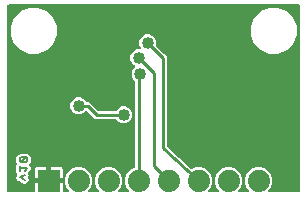
<source format=gbr>
G04 EAGLE Gerber RS-274X export*
G75*
%MOMM*%
%FSLAX34Y34*%
%LPD*%
%INBottom Copper*%
%IPPOS*%
%AMOC8*
5,1,8,0,0,1.08239X$1,22.5*%
G01*
%ADD10C,0.203200*%
%ADD11R,1.879600X1.879600*%
%ADD12C,1.879600*%
%ADD13C,1.016000*%
%ADD14C,0.254000*%

G36*
X25204Y3057D02*
X25204Y3057D01*
X25262Y3055D01*
X25344Y3077D01*
X25428Y3089D01*
X25481Y3112D01*
X25537Y3127D01*
X25610Y3170D01*
X25687Y3205D01*
X25732Y3243D01*
X25782Y3272D01*
X25840Y3334D01*
X25904Y3388D01*
X25936Y3437D01*
X25976Y3480D01*
X26015Y3555D01*
X26062Y3625D01*
X26079Y3681D01*
X26106Y3733D01*
X26117Y3801D01*
X26147Y3896D01*
X26150Y3996D01*
X26161Y4064D01*
X26161Y10669D01*
X37084Y10669D01*
X37142Y10677D01*
X37200Y10675D01*
X37282Y10697D01*
X37365Y10709D01*
X37419Y10733D01*
X37475Y10747D01*
X37548Y10790D01*
X37625Y10825D01*
X37669Y10863D01*
X37720Y10893D01*
X37777Y10954D01*
X37842Y11009D01*
X37874Y11057D01*
X37914Y11100D01*
X37953Y11175D01*
X37999Y11245D01*
X38017Y11301D01*
X38044Y11353D01*
X38055Y11421D01*
X38085Y11516D01*
X38088Y11616D01*
X38099Y11684D01*
X38099Y12701D01*
X38101Y12701D01*
X38101Y11684D01*
X38109Y11626D01*
X38108Y11568D01*
X38129Y11486D01*
X38141Y11403D01*
X38165Y11349D01*
X38179Y11293D01*
X38222Y11220D01*
X38257Y11143D01*
X38295Y11098D01*
X38325Y11048D01*
X38386Y10990D01*
X38441Y10926D01*
X38489Y10894D01*
X38532Y10854D01*
X38607Y10815D01*
X38677Y10769D01*
X38733Y10751D01*
X38785Y10724D01*
X38853Y10713D01*
X38948Y10683D01*
X39048Y10680D01*
X39116Y10669D01*
X50039Y10669D01*
X50039Y4064D01*
X50047Y4006D01*
X50045Y3948D01*
X50067Y3866D01*
X50079Y3782D01*
X50102Y3729D01*
X50117Y3673D01*
X50160Y3600D01*
X50195Y3523D01*
X50233Y3478D01*
X50262Y3428D01*
X50324Y3370D01*
X50378Y3306D01*
X50427Y3274D01*
X50470Y3234D01*
X50545Y3195D01*
X50615Y3148D01*
X50671Y3131D01*
X50723Y3104D01*
X50791Y3093D01*
X50886Y3063D01*
X50986Y3060D01*
X51054Y3049D01*
X54535Y3049D01*
X54564Y3053D01*
X54593Y3050D01*
X54704Y3073D01*
X54816Y3089D01*
X54843Y3101D01*
X54872Y3106D01*
X54972Y3159D01*
X55076Y3205D01*
X55098Y3224D01*
X55124Y3237D01*
X55206Y3315D01*
X55293Y3388D01*
X55309Y3413D01*
X55330Y3433D01*
X55387Y3531D01*
X55450Y3625D01*
X55459Y3653D01*
X55474Y3678D01*
X55502Y3788D01*
X55536Y3896D01*
X55537Y3926D01*
X55544Y3954D01*
X55540Y4067D01*
X55543Y4180D01*
X55536Y4209D01*
X55535Y4238D01*
X55500Y4346D01*
X55472Y4455D01*
X55457Y4481D01*
X55448Y4509D01*
X55402Y4573D01*
X55326Y4700D01*
X55281Y4743D01*
X55253Y4782D01*
X53809Y6225D01*
X52069Y10426D01*
X52069Y14974D01*
X53810Y19175D01*
X57025Y22390D01*
X61226Y24131D01*
X65774Y24131D01*
X69975Y22390D01*
X73190Y19175D01*
X74931Y14974D01*
X74931Y10426D01*
X73191Y6225D01*
X71747Y4782D01*
X71730Y4758D01*
X71707Y4739D01*
X71645Y4645D01*
X71576Y4555D01*
X71566Y4527D01*
X71550Y4503D01*
X71516Y4395D01*
X71475Y4289D01*
X71473Y4260D01*
X71464Y4232D01*
X71461Y4118D01*
X71452Y4006D01*
X71457Y3977D01*
X71457Y3948D01*
X71485Y3838D01*
X71508Y3727D01*
X71521Y3701D01*
X71528Y3673D01*
X71586Y3575D01*
X71639Y3475D01*
X71659Y3453D01*
X71674Y3428D01*
X71756Y3351D01*
X71834Y3269D01*
X71860Y3254D01*
X71881Y3234D01*
X71982Y3182D01*
X72080Y3125D01*
X72108Y3118D01*
X72134Y3104D01*
X72212Y3091D01*
X72355Y3055D01*
X72418Y3057D01*
X72465Y3049D01*
X79935Y3049D01*
X79964Y3053D01*
X79993Y3050D01*
X80104Y3073D01*
X80216Y3089D01*
X80243Y3101D01*
X80272Y3106D01*
X80372Y3159D01*
X80476Y3205D01*
X80498Y3224D01*
X80524Y3237D01*
X80606Y3315D01*
X80693Y3388D01*
X80709Y3413D01*
X80730Y3433D01*
X80787Y3531D01*
X80850Y3625D01*
X80859Y3653D01*
X80874Y3678D01*
X80902Y3788D01*
X80936Y3896D01*
X80937Y3926D01*
X80944Y3954D01*
X80940Y4067D01*
X80943Y4180D01*
X80936Y4209D01*
X80935Y4238D01*
X80900Y4346D01*
X80872Y4455D01*
X80857Y4481D01*
X80848Y4509D01*
X80802Y4573D01*
X80726Y4700D01*
X80681Y4743D01*
X80653Y4782D01*
X79209Y6225D01*
X77469Y10426D01*
X77469Y14974D01*
X79210Y19175D01*
X82425Y22390D01*
X86626Y24131D01*
X91174Y24131D01*
X95375Y22390D01*
X98590Y19175D01*
X100331Y14974D01*
X100331Y10426D01*
X98591Y6225D01*
X97147Y4782D01*
X97130Y4758D01*
X97107Y4739D01*
X97045Y4645D01*
X96976Y4555D01*
X96966Y4527D01*
X96950Y4503D01*
X96916Y4395D01*
X96875Y4289D01*
X96873Y4260D01*
X96864Y4232D01*
X96861Y4118D01*
X96852Y4006D01*
X96857Y3977D01*
X96857Y3948D01*
X96885Y3838D01*
X96908Y3727D01*
X96921Y3701D01*
X96928Y3673D01*
X96986Y3575D01*
X97039Y3475D01*
X97059Y3453D01*
X97074Y3428D01*
X97156Y3351D01*
X97234Y3269D01*
X97260Y3254D01*
X97281Y3234D01*
X97382Y3182D01*
X97480Y3125D01*
X97508Y3118D01*
X97534Y3104D01*
X97612Y3091D01*
X97755Y3055D01*
X97818Y3057D01*
X97865Y3049D01*
X105335Y3049D01*
X105364Y3053D01*
X105393Y3050D01*
X105504Y3073D01*
X105616Y3089D01*
X105643Y3101D01*
X105672Y3106D01*
X105772Y3159D01*
X105876Y3205D01*
X105898Y3224D01*
X105924Y3237D01*
X106006Y3315D01*
X106093Y3388D01*
X106109Y3413D01*
X106130Y3433D01*
X106187Y3531D01*
X106250Y3625D01*
X106259Y3653D01*
X106274Y3678D01*
X106302Y3788D01*
X106336Y3896D01*
X106337Y3926D01*
X106344Y3954D01*
X106340Y4067D01*
X106343Y4180D01*
X106336Y4209D01*
X106335Y4238D01*
X106300Y4346D01*
X106272Y4455D01*
X106257Y4481D01*
X106248Y4509D01*
X106202Y4573D01*
X106126Y4700D01*
X106081Y4743D01*
X106053Y4782D01*
X104609Y6225D01*
X102869Y10426D01*
X102869Y14974D01*
X104610Y19175D01*
X107825Y22391D01*
X110371Y23445D01*
X110372Y23446D01*
X110373Y23446D01*
X110454Y23494D01*
X110489Y23510D01*
X110510Y23527D01*
X110615Y23589D01*
X110616Y23591D01*
X110618Y23591D01*
X110715Y23695D01*
X110811Y23796D01*
X110811Y23797D01*
X110812Y23799D01*
X110877Y23924D01*
X110941Y24049D01*
X110941Y24050D01*
X110942Y24052D01*
X110944Y24067D01*
X110996Y24328D01*
X110993Y24358D01*
X110997Y24383D01*
X110997Y96963D01*
X110985Y97050D01*
X110982Y97137D01*
X110965Y97190D01*
X110957Y97245D01*
X110922Y97325D01*
X110895Y97408D01*
X110867Y97447D01*
X110841Y97504D01*
X110745Y97617D01*
X110700Y97681D01*
X109280Y99101D01*
X108197Y101715D01*
X108197Y104545D01*
X109280Y107159D01*
X111078Y108957D01*
X111088Y108970D01*
X111093Y108974D01*
X111109Y108998D01*
X111147Y109048D01*
X111221Y109136D01*
X111232Y109162D01*
X111249Y109184D01*
X111290Y109291D01*
X111336Y109396D01*
X111340Y109423D01*
X111350Y109449D01*
X111359Y109564D01*
X111375Y109678D01*
X111371Y109705D01*
X111373Y109733D01*
X111351Y109845D01*
X111334Y109959D01*
X111323Y109984D01*
X111317Y110011D01*
X111265Y110113D01*
X111217Y110218D01*
X111199Y110239D01*
X111186Y110264D01*
X111107Y110347D01*
X111033Y110434D01*
X111012Y110448D01*
X110991Y110470D01*
X110760Y110605D01*
X110748Y110612D01*
X110745Y110614D01*
X110271Y110810D01*
X108270Y112811D01*
X107187Y115425D01*
X107187Y118255D01*
X108270Y120869D01*
X110271Y122870D01*
X112885Y123953D01*
X115016Y123953D01*
X115130Y123969D01*
X115244Y123979D01*
X115270Y123989D01*
X115298Y123993D01*
X115403Y124040D01*
X115510Y124081D01*
X115532Y124097D01*
X115557Y124109D01*
X115645Y124183D01*
X115736Y124252D01*
X115753Y124275D01*
X115774Y124292D01*
X115838Y124388D01*
X115906Y124480D01*
X115916Y124506D01*
X115932Y124529D01*
X115966Y124639D01*
X116007Y124746D01*
X116009Y124774D01*
X116017Y124800D01*
X116020Y124915D01*
X116030Y125029D01*
X116024Y125054D01*
X116025Y125084D01*
X115958Y125341D01*
X115954Y125357D01*
X114807Y128125D01*
X114807Y130955D01*
X115890Y133569D01*
X117891Y135570D01*
X120505Y136653D01*
X123335Y136653D01*
X125949Y135570D01*
X127950Y133569D01*
X129033Y130955D01*
X129033Y128125D01*
X128991Y128026D01*
X128991Y128024D01*
X128990Y128023D01*
X128955Y127885D01*
X128921Y127750D01*
X128921Y127749D01*
X128920Y127747D01*
X128925Y127607D01*
X128929Y127466D01*
X128929Y127465D01*
X128929Y127463D01*
X128972Y127330D01*
X129015Y127195D01*
X129016Y127194D01*
X129017Y127193D01*
X129025Y127180D01*
X129174Y126959D01*
X129197Y126940D01*
X129212Y126919D01*
X135691Y120440D01*
X137923Y118208D01*
X137923Y42539D01*
X137938Y42431D01*
X137946Y42322D01*
X137958Y42291D01*
X137963Y42258D01*
X138007Y42158D01*
X138045Y42056D01*
X138064Y42032D01*
X138079Y41999D01*
X138222Y41829D01*
X138252Y41791D01*
X158693Y23053D01*
X158793Y22984D01*
X158891Y22911D01*
X158911Y22904D01*
X158928Y22893D01*
X159043Y22854D01*
X159157Y22811D01*
X159178Y22809D01*
X159197Y22803D01*
X159319Y22798D01*
X159441Y22788D01*
X159459Y22793D01*
X159481Y22792D01*
X159757Y22860D01*
X159763Y22863D01*
X159768Y22864D01*
X162826Y24131D01*
X167374Y24131D01*
X171575Y22390D01*
X174790Y19175D01*
X176531Y14974D01*
X176531Y10426D01*
X174791Y6225D01*
X173347Y4782D01*
X173330Y4758D01*
X173307Y4739D01*
X173245Y4645D01*
X173176Y4555D01*
X173166Y4527D01*
X173150Y4503D01*
X173116Y4395D01*
X173075Y4289D01*
X173073Y4260D01*
X173064Y4232D01*
X173061Y4118D01*
X173052Y4006D01*
X173057Y3977D01*
X173057Y3948D01*
X173085Y3838D01*
X173108Y3727D01*
X173121Y3701D01*
X173128Y3673D01*
X173186Y3575D01*
X173239Y3475D01*
X173259Y3453D01*
X173274Y3428D01*
X173356Y3351D01*
X173434Y3269D01*
X173460Y3254D01*
X173481Y3234D01*
X173582Y3182D01*
X173680Y3125D01*
X173708Y3118D01*
X173734Y3104D01*
X173812Y3091D01*
X173955Y3055D01*
X174018Y3057D01*
X174065Y3049D01*
X181535Y3049D01*
X181564Y3053D01*
X181593Y3050D01*
X181704Y3073D01*
X181816Y3089D01*
X181843Y3101D01*
X181872Y3106D01*
X181972Y3159D01*
X182076Y3205D01*
X182098Y3224D01*
X182124Y3237D01*
X182206Y3315D01*
X182293Y3388D01*
X182309Y3413D01*
X182330Y3433D01*
X182387Y3531D01*
X182450Y3625D01*
X182459Y3653D01*
X182474Y3678D01*
X182502Y3788D01*
X182536Y3896D01*
X182537Y3926D01*
X182544Y3954D01*
X182540Y4067D01*
X182543Y4180D01*
X182536Y4209D01*
X182535Y4238D01*
X182500Y4346D01*
X182472Y4455D01*
X182457Y4481D01*
X182448Y4509D01*
X182402Y4573D01*
X182326Y4700D01*
X182281Y4743D01*
X182253Y4782D01*
X180809Y6225D01*
X179069Y10426D01*
X179069Y14974D01*
X180810Y19175D01*
X184025Y22390D01*
X188226Y24131D01*
X192774Y24131D01*
X196975Y22390D01*
X200190Y19175D01*
X201931Y14974D01*
X201931Y10426D01*
X200191Y6225D01*
X198747Y4782D01*
X198730Y4758D01*
X198707Y4739D01*
X198645Y4645D01*
X198576Y4555D01*
X198566Y4527D01*
X198550Y4503D01*
X198516Y4395D01*
X198475Y4289D01*
X198473Y4260D01*
X198464Y4232D01*
X198461Y4118D01*
X198452Y4006D01*
X198457Y3977D01*
X198457Y3948D01*
X198485Y3838D01*
X198508Y3727D01*
X198521Y3701D01*
X198528Y3673D01*
X198586Y3575D01*
X198639Y3475D01*
X198659Y3453D01*
X198674Y3428D01*
X198756Y3351D01*
X198834Y3269D01*
X198860Y3254D01*
X198881Y3234D01*
X198982Y3182D01*
X199080Y3125D01*
X199108Y3118D01*
X199134Y3104D01*
X199212Y3091D01*
X199355Y3055D01*
X199418Y3057D01*
X199465Y3049D01*
X206935Y3049D01*
X206964Y3053D01*
X206993Y3050D01*
X207104Y3073D01*
X207216Y3089D01*
X207243Y3101D01*
X207272Y3106D01*
X207372Y3159D01*
X207476Y3205D01*
X207498Y3224D01*
X207524Y3237D01*
X207606Y3315D01*
X207693Y3388D01*
X207709Y3413D01*
X207730Y3433D01*
X207787Y3531D01*
X207850Y3625D01*
X207859Y3653D01*
X207874Y3678D01*
X207902Y3788D01*
X207936Y3896D01*
X207937Y3926D01*
X207944Y3954D01*
X207940Y4067D01*
X207943Y4180D01*
X207936Y4209D01*
X207935Y4238D01*
X207900Y4346D01*
X207872Y4455D01*
X207857Y4481D01*
X207848Y4509D01*
X207802Y4573D01*
X207726Y4700D01*
X207681Y4743D01*
X207653Y4782D01*
X206209Y6225D01*
X204469Y10426D01*
X204469Y14974D01*
X206210Y19175D01*
X209425Y22390D01*
X213626Y24131D01*
X218174Y24131D01*
X222375Y22390D01*
X225590Y19175D01*
X227331Y14974D01*
X227331Y10426D01*
X225591Y6225D01*
X224147Y4782D01*
X224130Y4758D01*
X224107Y4739D01*
X224045Y4645D01*
X223976Y4555D01*
X223966Y4527D01*
X223950Y4503D01*
X223916Y4395D01*
X223875Y4289D01*
X223873Y4260D01*
X223864Y4232D01*
X223861Y4118D01*
X223852Y4006D01*
X223857Y3977D01*
X223857Y3948D01*
X223885Y3838D01*
X223908Y3727D01*
X223921Y3701D01*
X223928Y3673D01*
X223986Y3575D01*
X224039Y3475D01*
X224059Y3453D01*
X224074Y3428D01*
X224156Y3351D01*
X224234Y3269D01*
X224260Y3254D01*
X224281Y3234D01*
X224382Y3182D01*
X224480Y3125D01*
X224508Y3118D01*
X224534Y3104D01*
X224612Y3091D01*
X224755Y3055D01*
X224818Y3057D01*
X224865Y3049D01*
X249936Y3049D01*
X249994Y3057D01*
X250052Y3055D01*
X250134Y3077D01*
X250218Y3089D01*
X250271Y3112D01*
X250327Y3127D01*
X250400Y3170D01*
X250477Y3205D01*
X250522Y3243D01*
X250572Y3272D01*
X250630Y3334D01*
X250694Y3388D01*
X250726Y3437D01*
X250766Y3480D01*
X250805Y3555D01*
X250852Y3625D01*
X250869Y3681D01*
X250896Y3733D01*
X250907Y3801D01*
X250937Y3896D01*
X250940Y3996D01*
X250951Y4064D01*
X250951Y161036D01*
X250943Y161094D01*
X250945Y161152D01*
X250923Y161234D01*
X250911Y161318D01*
X250888Y161371D01*
X250873Y161427D01*
X250830Y161500D01*
X250795Y161577D01*
X250757Y161622D01*
X250728Y161672D01*
X250666Y161730D01*
X250612Y161794D01*
X250563Y161826D01*
X250520Y161866D01*
X250445Y161905D01*
X250375Y161952D01*
X250319Y161969D01*
X250267Y161996D01*
X250199Y162007D01*
X250104Y162037D01*
X250004Y162040D01*
X249936Y162051D01*
X4064Y162051D01*
X4006Y162043D01*
X3948Y162045D01*
X3866Y162023D01*
X3782Y162011D01*
X3729Y161988D01*
X3673Y161973D01*
X3600Y161930D01*
X3523Y161895D01*
X3478Y161857D01*
X3428Y161828D01*
X3370Y161766D01*
X3306Y161712D01*
X3274Y161663D01*
X3234Y161620D01*
X3195Y161545D01*
X3148Y161475D01*
X3131Y161419D01*
X3104Y161367D01*
X3093Y161299D01*
X3063Y161204D01*
X3060Y161104D01*
X3049Y161036D01*
X3049Y4064D01*
X3057Y4006D01*
X3055Y3948D01*
X3077Y3866D01*
X3089Y3782D01*
X3112Y3729D01*
X3127Y3673D01*
X3170Y3600D01*
X3205Y3523D01*
X3243Y3478D01*
X3272Y3428D01*
X3334Y3370D01*
X3388Y3306D01*
X3437Y3274D01*
X3480Y3234D01*
X3555Y3195D01*
X3625Y3148D01*
X3681Y3131D01*
X3733Y3104D01*
X3801Y3093D01*
X3896Y3063D01*
X3996Y3060D01*
X4064Y3049D01*
X25146Y3049D01*
X25204Y3057D01*
G37*
%LPC*%
G36*
X21510Y120141D02*
X21510Y120141D01*
X14321Y123119D01*
X8819Y128621D01*
X5841Y135810D01*
X5841Y143590D01*
X8819Y150779D01*
X14321Y156281D01*
X21510Y159259D01*
X29290Y159259D01*
X36479Y156281D01*
X41981Y150779D01*
X44959Y143590D01*
X44959Y135810D01*
X41981Y128621D01*
X36479Y123119D01*
X29290Y120141D01*
X21510Y120141D01*
G37*
%LPD*%
%LPC*%
G36*
X224710Y120141D02*
X224710Y120141D01*
X217521Y123119D01*
X212019Y128621D01*
X209041Y135810D01*
X209041Y143590D01*
X212019Y150779D01*
X217521Y156281D01*
X224710Y159259D01*
X232490Y159259D01*
X239679Y156281D01*
X245181Y150779D01*
X248159Y143590D01*
X248159Y135810D01*
X245181Y128621D01*
X239679Y123119D01*
X232490Y120141D01*
X224710Y120141D01*
G37*
%LPD*%
%LPC*%
G36*
X100185Y61467D02*
X100185Y61467D01*
X97571Y62550D01*
X95570Y64551D01*
X95529Y64651D01*
X95528Y64652D01*
X95528Y64653D01*
X95458Y64771D01*
X95384Y64895D01*
X95383Y64896D01*
X95382Y64898D01*
X95278Y64995D01*
X95178Y65091D01*
X95176Y65091D01*
X95175Y65092D01*
X95049Y65157D01*
X94925Y65221D01*
X94923Y65221D01*
X94922Y65222D01*
X94907Y65224D01*
X94646Y65276D01*
X94616Y65273D01*
X94591Y65277D01*
X77372Y65277D01*
X70722Y71927D01*
X70675Y71962D01*
X70635Y72005D01*
X70562Y72047D01*
X70495Y72098D01*
X70440Y72119D01*
X70390Y72149D01*
X70308Y72169D01*
X70229Y72199D01*
X70171Y72204D01*
X70114Y72219D01*
X70030Y72216D01*
X69946Y72223D01*
X69889Y72211D01*
X69830Y72210D01*
X69750Y72184D01*
X69667Y72167D01*
X69615Y72140D01*
X69560Y72122D01*
X69503Y72082D01*
X69415Y72036D01*
X69342Y71967D01*
X69286Y71927D01*
X67529Y70170D01*
X64915Y69087D01*
X62085Y69087D01*
X59471Y70170D01*
X57470Y72171D01*
X56387Y74785D01*
X56387Y77615D01*
X57470Y80229D01*
X59471Y82230D01*
X62085Y83313D01*
X64915Y83313D01*
X67529Y82230D01*
X69530Y80229D01*
X69571Y80129D01*
X69572Y80128D01*
X69572Y80127D01*
X69643Y80008D01*
X69716Y79885D01*
X69717Y79884D01*
X69718Y79882D01*
X69822Y79785D01*
X69922Y79689D01*
X69924Y79689D01*
X69925Y79688D01*
X70051Y79623D01*
X70175Y79559D01*
X70177Y79559D01*
X70178Y79558D01*
X70193Y79556D01*
X70454Y79504D01*
X70484Y79507D01*
X70509Y79503D01*
X72488Y79503D01*
X79811Y72180D01*
X79880Y72128D01*
X79944Y72068D01*
X79994Y72042D01*
X80038Y72009D01*
X80120Y71978D01*
X80198Y71938D01*
X80245Y71930D01*
X80304Y71908D01*
X80451Y71896D01*
X80529Y71883D01*
X94591Y71883D01*
X94592Y71883D01*
X94594Y71883D01*
X94733Y71903D01*
X94872Y71923D01*
X94874Y71923D01*
X94875Y71923D01*
X95001Y71980D01*
X95132Y72039D01*
X95133Y72040D01*
X95134Y72041D01*
X95242Y72132D01*
X95349Y72222D01*
X95350Y72224D01*
X95351Y72225D01*
X95359Y72238D01*
X95506Y72459D01*
X95516Y72488D01*
X95529Y72509D01*
X95570Y72609D01*
X97571Y74610D01*
X100185Y75693D01*
X103015Y75693D01*
X105629Y74610D01*
X107630Y72609D01*
X108713Y69995D01*
X108713Y67165D01*
X107630Y64551D01*
X105629Y62550D01*
X103015Y61467D01*
X100185Y61467D01*
G37*
%LPD*%
%LPC*%
G36*
X12611Y12894D02*
X12611Y12894D01*
X12532Y12920D01*
X12478Y12949D01*
X11536Y13263D01*
X11506Y13304D01*
X11434Y13409D01*
X11421Y13418D01*
X11412Y13431D01*
X11356Y13472D01*
X11226Y13578D01*
X10915Y14512D01*
X10885Y14572D01*
X10876Y14608D01*
X10867Y14623D01*
X10860Y14645D01*
X10416Y15533D01*
X10424Y15583D01*
X10447Y15708D01*
X10445Y15724D01*
X10447Y15739D01*
X10437Y15807D01*
X10420Y15975D01*
X10860Y16855D01*
X10886Y16934D01*
X10915Y16988D01*
X11262Y18027D01*
X11284Y18049D01*
X11317Y18104D01*
X11357Y18153D01*
X11388Y18226D01*
X11428Y18294D01*
X11444Y18356D01*
X11469Y18414D01*
X11479Y18493D01*
X11498Y18570D01*
X11496Y18633D01*
X11504Y18697D01*
X11492Y18775D01*
X11489Y18854D01*
X11470Y18914D01*
X11460Y18977D01*
X11426Y19049D01*
X11402Y19124D01*
X11370Y19169D01*
X11339Y19235D01*
X11252Y19334D01*
X11207Y19398D01*
X10667Y19937D01*
X10667Y26530D01*
X10903Y26766D01*
X10939Y26813D01*
X10981Y26854D01*
X11024Y26926D01*
X11074Y26994D01*
X11095Y27048D01*
X11125Y27099D01*
X11145Y27180D01*
X11175Y27259D01*
X11180Y27318D01*
X11195Y27374D01*
X11192Y27458D01*
X11199Y27543D01*
X11188Y27600D01*
X11186Y27658D01*
X11160Y27739D01*
X11143Y27821D01*
X11116Y27873D01*
X11098Y27929D01*
X11058Y27985D01*
X11012Y28074D01*
X10943Y28146D01*
X10903Y28202D01*
X10667Y28438D01*
X10667Y31752D01*
X10667Y32998D01*
X11387Y33717D01*
X12618Y34949D01*
X13470Y35801D01*
X14716Y35801D01*
X16416Y35801D01*
X17117Y35801D01*
X18714Y35801D01*
X20063Y35801D01*
X22146Y33717D01*
X22866Y32998D01*
X22866Y31718D01*
X22866Y28438D01*
X21613Y27185D01*
X21578Y27139D01*
X21535Y27098D01*
X21493Y27026D01*
X21442Y26958D01*
X21421Y26903D01*
X21392Y26853D01*
X21371Y26772D01*
X21341Y26693D01*
X21336Y26634D01*
X21322Y26578D01*
X21324Y26493D01*
X21317Y26409D01*
X21329Y26352D01*
X21331Y26293D01*
X21357Y26213D01*
X21373Y26131D01*
X21400Y26079D01*
X21418Y26023D01*
X21458Y25967D01*
X21504Y25878D01*
X21573Y25806D01*
X21613Y25750D01*
X22866Y24497D01*
X22866Y21971D01*
X20872Y19977D01*
X20849Y19947D01*
X20820Y19922D01*
X20764Y19833D01*
X20701Y19750D01*
X20687Y19714D01*
X20667Y19682D01*
X20637Y19582D01*
X20599Y19484D01*
X20596Y19446D01*
X20586Y19410D01*
X20585Y19305D01*
X20576Y19201D01*
X20583Y19164D01*
X20583Y19126D01*
X20606Y19051D01*
X20632Y18922D01*
X20665Y18857D01*
X20681Y18805D01*
X21075Y18017D01*
X20426Y16071D01*
X20423Y16055D01*
X20417Y16041D01*
X20398Y15916D01*
X20375Y15791D01*
X20377Y15776D01*
X20374Y15760D01*
X20385Y15692D01*
X20403Y15508D01*
X20420Y15465D01*
X20426Y15429D01*
X21075Y13482D01*
X19946Y11223D01*
X17550Y10424D01*
X12611Y12894D01*
G37*
%LPD*%
%LPC*%
G36*
X40131Y14731D02*
X40131Y14731D01*
X40131Y24639D01*
X47832Y24639D01*
X48479Y24466D01*
X49058Y24131D01*
X49531Y23658D01*
X49866Y23079D01*
X50039Y22432D01*
X50039Y14731D01*
X40131Y14731D01*
G37*
%LPD*%
%LPC*%
G36*
X26161Y14731D02*
X26161Y14731D01*
X26161Y22432D01*
X26334Y23079D01*
X26669Y23658D01*
X27142Y24131D01*
X27721Y24466D01*
X28368Y24639D01*
X36069Y24639D01*
X36069Y14731D01*
X26161Y14731D01*
G37*
%LPD*%
D10*
X17783Y13716D02*
X13716Y15750D01*
X17783Y17783D01*
X17783Y21200D02*
X19817Y23234D01*
X13716Y23234D01*
X13716Y21200D02*
X13716Y25268D01*
X14733Y28684D02*
X18800Y28684D01*
X19817Y29701D01*
X19817Y31735D01*
X18800Y32752D01*
X14733Y32752D01*
X13716Y31735D01*
X13716Y29701D01*
X14733Y28684D01*
X18800Y32752D01*
D11*
X38100Y12700D03*
D12*
X63500Y12700D03*
X88900Y12700D03*
X114300Y12700D03*
X139700Y12700D03*
X165100Y12700D03*
X190500Y12700D03*
X215900Y12700D03*
D13*
X189230Y105410D03*
X179070Y57150D03*
X168910Y133350D03*
X121920Y129540D03*
D14*
X134620Y116840D01*
X134620Y40640D01*
X165100Y12700D01*
D13*
X114300Y116840D03*
D14*
X127000Y104140D01*
X127000Y25400D01*
X139700Y12700D01*
D13*
X115310Y103130D03*
D14*
X114300Y104140D02*
X114300Y12700D01*
X115310Y103130D02*
X114300Y104140D01*
D13*
X101600Y68580D03*
D14*
X78740Y68580D01*
X71120Y76200D01*
X63500Y76200D01*
D13*
X63500Y76200D03*
M02*

</source>
